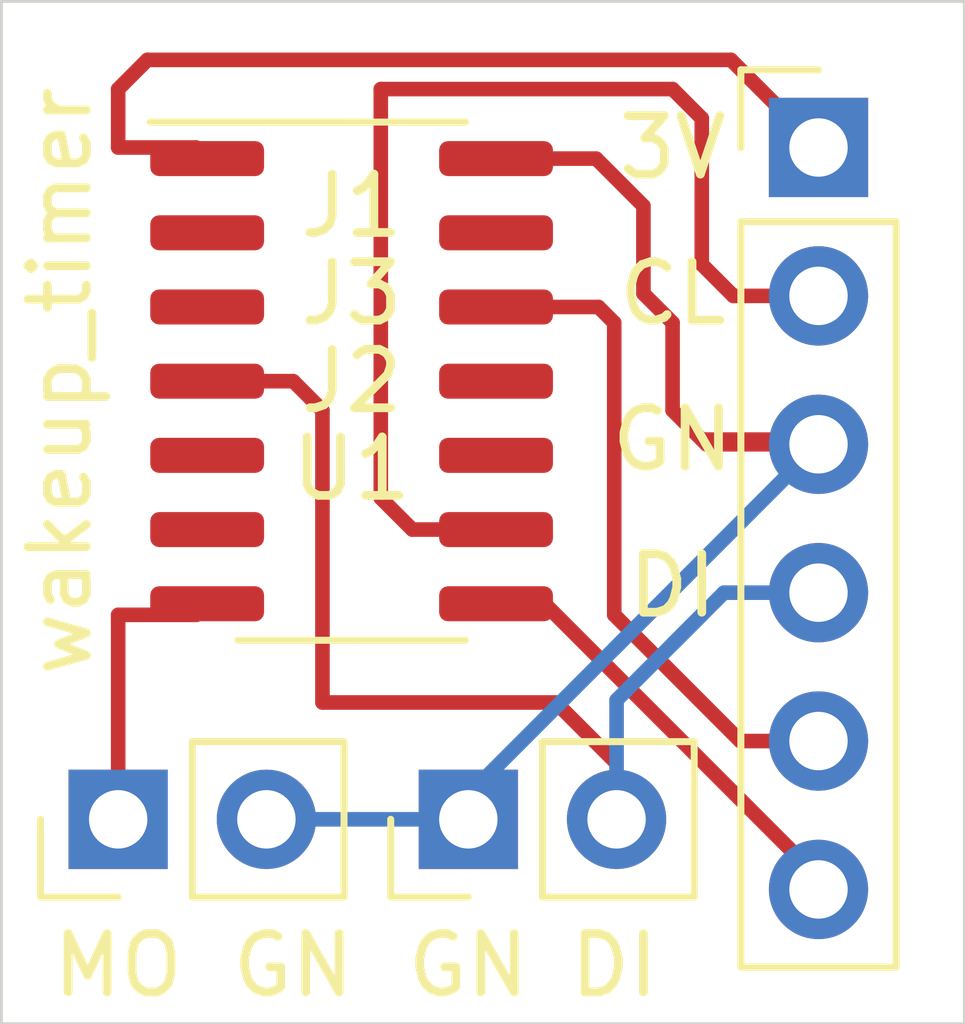
<source format=kicad_pcb>
(kicad_pcb (version 20171130) (host pcbnew 5.1.7-a382d34a8~88~ubuntu18.04.1)

  (general
    (thickness 1.6)
    (drawings 14)
    (tracks 51)
    (zones 0)
    (modules 4)
    (nets 15)
  )

  (page A4)
  (layers
    (0 F.Cu signal)
    (31 B.Cu signal)
    (32 B.Adhes user)
    (33 F.Adhes user)
    (34 B.Paste user)
    (35 F.Paste user)
    (36 B.SilkS user)
    (37 F.SilkS user)
    (38 B.Mask user)
    (39 F.Mask user)
    (40 Dwgs.User user)
    (41 Cmts.User user)
    (42 Eco1.User user)
    (43 Eco2.User user)
    (44 Edge.Cuts user)
    (45 Margin user)
    (46 B.CrtYd user)
    (47 F.CrtYd user)
    (48 B.Fab user)
    (49 F.Fab user hide)
  )

  (setup
    (last_trace_width 0.25)
    (trace_clearance 0.2)
    (zone_clearance 0.508)
    (zone_45_only no)
    (trace_min 0.2)
    (via_size 0.8)
    (via_drill 0.4)
    (via_min_size 0.4)
    (via_min_drill 0.3)
    (uvia_size 0.3)
    (uvia_drill 0.1)
    (uvias_allowed no)
    (uvia_min_size 0.2)
    (uvia_min_drill 0.1)
    (edge_width 0.05)
    (segment_width 0.2)
    (pcb_text_width 0.3)
    (pcb_text_size 1.5 1.5)
    (mod_edge_width 0.12)
    (mod_text_size 1 1)
    (mod_text_width 0.15)
    (pad_size 1.524 1.524)
    (pad_drill 0.762)
    (pad_to_mask_clearance 0)
    (aux_axis_origin 0 0)
    (visible_elements FFFFFF7F)
    (pcbplotparams
      (layerselection 0x010fc_ffffffff)
      (usegerberextensions false)
      (usegerberattributes true)
      (usegerberadvancedattributes true)
      (creategerberjobfile true)
      (excludeedgelayer true)
      (linewidth 0.100000)
      (plotframeref false)
      (viasonmask false)
      (mode 1)
      (useauxorigin false)
      (hpglpennumber 1)
      (hpglpenspeed 20)
      (hpglpendiameter 15.000000)
      (psnegative false)
      (psa4output false)
      (plotreference true)
      (plotvalue true)
      (plotinvisibletext false)
      (padsonsilk false)
      (subtractmaskfromsilk false)
      (outputformat 1)
      (mirror false)
      (drillshape 1)
      (scaleselection 1)
      (outputdirectory ""))
  )

  (net 0 "")
  (net 1 MOSI)
  (net 2 NRST)
  (net 3 SWDIO)
  (net 4 GND)
  (net 5 SWCLK)
  (net 6 3V)
  (net 7 MISO)
  (net 8 "Net-(U1-Pad13)")
  (net 9 "Net-(U1-Pad11)")
  (net 10 "Net-(U1-Pad10)")
  (net 11 "Net-(U1-Pad6)")
  (net 12 "Net-(U1-Pad5)")
  (net 13 "Net-(U1-Pad3)")
  (net 14 "Net-(U1-Pad2)")

  (net_class Default "This is the default net class."
    (clearance 0.2)
    (trace_width 0.25)
    (via_dia 0.8)
    (via_drill 0.4)
    (uvia_dia 0.3)
    (uvia_drill 0.1)
    (add_net 3V)
    (add_net GND)
    (add_net MISO)
    (add_net MOSI)
    (add_net NRST)
    (add_net "Net-(U1-Pad10)")
    (add_net "Net-(U1-Pad11)")
    (add_net "Net-(U1-Pad13)")
    (add_net "Net-(U1-Pad2)")
    (add_net "Net-(U1-Pad3)")
    (add_net "Net-(U1-Pad5)")
    (add_net "Net-(U1-Pad6)")
    (add_net SWCLK)
    (add_net SWDIO)
  )

  (module Connector_PinHeader_2.54mm:PinHeader_1x06_P2.54mm_Vertical (layer F.Cu) (tedit 59FED5CC) (tstamp 62A9F6C2)
    (at 162 82)
    (descr "Through hole straight pin header, 1x06, 2.54mm pitch, single row")
    (tags "Through hole pin header THT 1x06 2.54mm single row")
    (path /62A9B406)
    (fp_text reference J1 (at -8 1) (layer F.SilkS)
      (effects (font (size 1 1) (thickness 0.15)))
    )
    (fp_text value Conn_01x06 (at 0 15.03) (layer F.Fab)
      (effects (font (size 1 1) (thickness 0.15)))
    )
    (fp_text user %R (at 0 6.35 90) (layer F.Fab)
      (effects (font (size 1 1) (thickness 0.15)))
    )
    (fp_line (start -0.635 -1.27) (end 1.27 -1.27) (layer F.Fab) (width 0.1))
    (fp_line (start 1.27 -1.27) (end 1.27 13.97) (layer F.Fab) (width 0.1))
    (fp_line (start 1.27 13.97) (end -1.27 13.97) (layer F.Fab) (width 0.1))
    (fp_line (start -1.27 13.97) (end -1.27 -0.635) (layer F.Fab) (width 0.1))
    (fp_line (start -1.27 -0.635) (end -0.635 -1.27) (layer F.Fab) (width 0.1))
    (fp_line (start -1.33 14.03) (end 1.33 14.03) (layer F.SilkS) (width 0.12))
    (fp_line (start -1.33 1.27) (end -1.33 14.03) (layer F.SilkS) (width 0.12))
    (fp_line (start 1.33 1.27) (end 1.33 14.03) (layer F.SilkS) (width 0.12))
    (fp_line (start -1.33 1.27) (end 1.33 1.27) (layer F.SilkS) (width 0.12))
    (fp_line (start -1.33 0) (end -1.33 -1.33) (layer F.SilkS) (width 0.12))
    (fp_line (start -1.33 -1.33) (end 0 -1.33) (layer F.SilkS) (width 0.12))
    (fp_line (start -1.8 -1.8) (end -1.8 14.5) (layer F.CrtYd) (width 0.05))
    (fp_line (start -1.8 14.5) (end 1.8 14.5) (layer F.CrtYd) (width 0.05))
    (fp_line (start 1.8 14.5) (end 1.8 -1.8) (layer F.CrtYd) (width 0.05))
    (fp_line (start 1.8 -1.8) (end -1.8 -1.8) (layer F.CrtYd) (width 0.05))
    (pad 6 thru_hole oval (at 0 12.7) (size 1.7 1.7) (drill 1) (layers *.Cu *.Mask)
      (net 7 MISO))
    (pad 5 thru_hole oval (at 0 10.16) (size 1.7 1.7) (drill 1) (layers *.Cu *.Mask)
      (net 2 NRST))
    (pad 4 thru_hole oval (at 0 7.62) (size 1.7 1.7) (drill 1) (layers *.Cu *.Mask)
      (net 3 SWDIO))
    (pad 3 thru_hole oval (at 0 5.08) (size 1.7 1.7) (drill 1) (layers *.Cu *.Mask)
      (net 4 GND))
    (pad 2 thru_hole oval (at 0 2.54) (size 1.7 1.7) (drill 1) (layers *.Cu *.Mask)
      (net 5 SWCLK))
    (pad 1 thru_hole rect (at 0 0) (size 1.7 1.7) (drill 1) (layers *.Cu *.Mask)
      (net 6 3V))
    (model ${KISYS3DMOD}/Connector_PinHeader_2.54mm.3dshapes/PinHeader_1x06_P2.54mm_Vertical.wrl
      (at (xyz 0 0 0))
      (scale (xyz 1 1 1))
      (rotate (xyz 0 0 0))
    )
  )

  (module Package_SO:SOIC-14_3.9x8.7mm_P1.27mm (layer F.Cu) (tedit 5D9F72B1) (tstamp 62A9F70E)
    (at 154 86)
    (descr "SOIC, 14 Pin (JEDEC MS-012AB, https://www.analog.com/media/en/package-pcb-resources/package/pkg_pdf/soic_narrow-r/r_14.pdf), generated with kicad-footprint-generator ipc_gullwing_generator.py")
    (tags "SOIC SO")
    (path /62A99CFD)
    (attr smd)
    (fp_text reference U1 (at 0 1.5) (layer F.SilkS)
      (effects (font (size 1 1) (thickness 0.15)))
    )
    (fp_text value ATtiny24A-SSU (at 0 5.28) (layer F.Fab)
      (effects (font (size 1 1) (thickness 0.15)))
    )
    (fp_text user %R (at 0 0) (layer F.Fab)
      (effects (font (size 0.98 0.98) (thickness 0.15)))
    )
    (fp_line (start 0 4.435) (end 1.95 4.435) (layer F.SilkS) (width 0.12))
    (fp_line (start 0 4.435) (end -1.95 4.435) (layer F.SilkS) (width 0.12))
    (fp_line (start 0 -4.435) (end 1.95 -4.435) (layer F.SilkS) (width 0.12))
    (fp_line (start 0 -4.435) (end -3.45 -4.435) (layer F.SilkS) (width 0.12))
    (fp_line (start -0.975 -4.325) (end 1.95 -4.325) (layer F.Fab) (width 0.1))
    (fp_line (start 1.95 -4.325) (end 1.95 4.325) (layer F.Fab) (width 0.1))
    (fp_line (start 1.95 4.325) (end -1.95 4.325) (layer F.Fab) (width 0.1))
    (fp_line (start -1.95 4.325) (end -1.95 -3.35) (layer F.Fab) (width 0.1))
    (fp_line (start -1.95 -3.35) (end -0.975 -4.325) (layer F.Fab) (width 0.1))
    (fp_line (start -3.7 -4.58) (end -3.7 4.58) (layer F.CrtYd) (width 0.05))
    (fp_line (start -3.7 4.58) (end 3.7 4.58) (layer F.CrtYd) (width 0.05))
    (fp_line (start 3.7 4.58) (end 3.7 -4.58) (layer F.CrtYd) (width 0.05))
    (fp_line (start 3.7 -4.58) (end -3.7 -4.58) (layer F.CrtYd) (width 0.05))
    (pad 14 smd roundrect (at 2.475 -3.81) (size 1.95 0.6) (layers F.Cu F.Paste F.Mask) (roundrect_rratio 0.25)
      (net 4 GND))
    (pad 13 smd roundrect (at 2.475 -2.54) (size 1.95 0.6) (layers F.Cu F.Paste F.Mask) (roundrect_rratio 0.25)
      (net 8 "Net-(U1-Pad13)"))
    (pad 12 smd roundrect (at 2.475 -1.27) (size 1.95 0.6) (layers F.Cu F.Paste F.Mask) (roundrect_rratio 0.25)
      (net 2 NRST))
    (pad 11 smd roundrect (at 2.475 0) (size 1.95 0.6) (layers F.Cu F.Paste F.Mask) (roundrect_rratio 0.25)
      (net 9 "Net-(U1-Pad11)"))
    (pad 10 smd roundrect (at 2.475 1.27) (size 1.95 0.6) (layers F.Cu F.Paste F.Mask) (roundrect_rratio 0.25)
      (net 10 "Net-(U1-Pad10)"))
    (pad 9 smd roundrect (at 2.475 2.54) (size 1.95 0.6) (layers F.Cu F.Paste F.Mask) (roundrect_rratio 0.25)
      (net 5 SWCLK))
    (pad 8 smd roundrect (at 2.475 3.81) (size 1.95 0.6) (layers F.Cu F.Paste F.Mask) (roundrect_rratio 0.25)
      (net 7 MISO))
    (pad 7 smd roundrect (at -2.475 3.81) (size 1.95 0.6) (layers F.Cu F.Paste F.Mask) (roundrect_rratio 0.25)
      (net 1 MOSI))
    (pad 6 smd roundrect (at -2.475 2.54) (size 1.95 0.6) (layers F.Cu F.Paste F.Mask) (roundrect_rratio 0.25)
      (net 11 "Net-(U1-Pad6)"))
    (pad 5 smd roundrect (at -2.475 1.27) (size 1.95 0.6) (layers F.Cu F.Paste F.Mask) (roundrect_rratio 0.25)
      (net 12 "Net-(U1-Pad5)"))
    (pad 4 smd roundrect (at -2.475 0) (size 1.95 0.6) (layers F.Cu F.Paste F.Mask) (roundrect_rratio 0.25)
      (net 3 SWDIO))
    (pad 3 smd roundrect (at -2.475 -1.27) (size 1.95 0.6) (layers F.Cu F.Paste F.Mask) (roundrect_rratio 0.25)
      (net 13 "Net-(U1-Pad3)"))
    (pad 2 smd roundrect (at -2.475 -2.54) (size 1.95 0.6) (layers F.Cu F.Paste F.Mask) (roundrect_rratio 0.25)
      (net 14 "Net-(U1-Pad2)"))
    (pad 1 smd roundrect (at -2.475 -3.81) (size 1.95 0.6) (layers F.Cu F.Paste F.Mask) (roundrect_rratio 0.25)
      (net 6 3V))
    (model ${KISYS3DMOD}/Package_SO.3dshapes/SOIC-14_3.9x8.7mm_P1.27mm.wrl
      (at (xyz 0 0 0))
      (scale (xyz 1 1 1))
      (rotate (xyz 0 0 0))
    )
  )

  (module Connector_PinHeader_2.54mm:PinHeader_1x02_P2.54mm_Vertical (layer F.Cu) (tedit 59FED5CC) (tstamp 62A9F6EE)
    (at 150 93.5 90)
    (descr "Through hole straight pin header, 1x02, 2.54mm pitch, single row")
    (tags "Through hole pin header THT 1x02 2.54mm single row")
    (path /62AA2142)
    (fp_text reference J3 (at 9 4 180) (layer F.SilkS)
      (effects (font (size 1 1) (thickness 0.15)))
    )
    (fp_text value Conn_01x02 (at 0 4.87 90) (layer F.Fab)
      (effects (font (size 1 1) (thickness 0.15)))
    )
    (fp_text user %R (at 0 1.27) (layer F.Fab)
      (effects (font (size 1 1) (thickness 0.15)))
    )
    (fp_line (start -0.635 -1.27) (end 1.27 -1.27) (layer F.Fab) (width 0.1))
    (fp_line (start 1.27 -1.27) (end 1.27 3.81) (layer F.Fab) (width 0.1))
    (fp_line (start 1.27 3.81) (end -1.27 3.81) (layer F.Fab) (width 0.1))
    (fp_line (start -1.27 3.81) (end -1.27 -0.635) (layer F.Fab) (width 0.1))
    (fp_line (start -1.27 -0.635) (end -0.635 -1.27) (layer F.Fab) (width 0.1))
    (fp_line (start -1.33 3.87) (end 1.33 3.87) (layer F.SilkS) (width 0.12))
    (fp_line (start -1.33 1.27) (end -1.33 3.87) (layer F.SilkS) (width 0.12))
    (fp_line (start 1.33 1.27) (end 1.33 3.87) (layer F.SilkS) (width 0.12))
    (fp_line (start -1.33 1.27) (end 1.33 1.27) (layer F.SilkS) (width 0.12))
    (fp_line (start -1.33 0) (end -1.33 -1.33) (layer F.SilkS) (width 0.12))
    (fp_line (start -1.33 -1.33) (end 0 -1.33) (layer F.SilkS) (width 0.12))
    (fp_line (start -1.8 -1.8) (end -1.8 4.35) (layer F.CrtYd) (width 0.05))
    (fp_line (start -1.8 4.35) (end 1.8 4.35) (layer F.CrtYd) (width 0.05))
    (fp_line (start 1.8 4.35) (end 1.8 -1.8) (layer F.CrtYd) (width 0.05))
    (fp_line (start 1.8 -1.8) (end -1.8 -1.8) (layer F.CrtYd) (width 0.05))
    (pad 2 thru_hole oval (at 0 2.54 90) (size 1.7 1.7) (drill 1) (layers *.Cu *.Mask)
      (net 4 GND))
    (pad 1 thru_hole rect (at 0 0 90) (size 1.7 1.7) (drill 1) (layers *.Cu *.Mask)
      (net 1 MOSI))
    (model ${KISYS3DMOD}/Connector_PinHeader_2.54mm.3dshapes/PinHeader_1x02_P2.54mm_Vertical.wrl
      (at (xyz 0 0 0))
      (scale (xyz 1 1 1))
      (rotate (xyz 0 0 0))
    )
  )

  (module Connector_PinHeader_2.54mm:PinHeader_1x02_P2.54mm_Vertical (layer F.Cu) (tedit 59FED5CC) (tstamp 62A9F6D8)
    (at 156 93.5 90)
    (descr "Through hole straight pin header, 1x02, 2.54mm pitch, single row")
    (tags "Through hole pin header THT 1x02 2.54mm single row")
    (path /62A9EB46)
    (fp_text reference J2 (at 7.5 -2 180) (layer F.SilkS)
      (effects (font (size 1 1) (thickness 0.15)))
    )
    (fp_text value Conn_01x02 (at 0 4.87 90) (layer F.Fab)
      (effects (font (size 1 1) (thickness 0.15)))
    )
    (fp_text user %R (at 0 1.27) (layer F.Fab)
      (effects (font (size 1 1) (thickness 0.15)))
    )
    (fp_line (start -0.635 -1.27) (end 1.27 -1.27) (layer F.Fab) (width 0.1))
    (fp_line (start 1.27 -1.27) (end 1.27 3.81) (layer F.Fab) (width 0.1))
    (fp_line (start 1.27 3.81) (end -1.27 3.81) (layer F.Fab) (width 0.1))
    (fp_line (start -1.27 3.81) (end -1.27 -0.635) (layer F.Fab) (width 0.1))
    (fp_line (start -1.27 -0.635) (end -0.635 -1.27) (layer F.Fab) (width 0.1))
    (fp_line (start -1.33 3.87) (end 1.33 3.87) (layer F.SilkS) (width 0.12))
    (fp_line (start -1.33 1.27) (end -1.33 3.87) (layer F.SilkS) (width 0.12))
    (fp_line (start 1.33 1.27) (end 1.33 3.87) (layer F.SilkS) (width 0.12))
    (fp_line (start -1.33 1.27) (end 1.33 1.27) (layer F.SilkS) (width 0.12))
    (fp_line (start -1.33 0) (end -1.33 -1.33) (layer F.SilkS) (width 0.12))
    (fp_line (start -1.33 -1.33) (end 0 -1.33) (layer F.SilkS) (width 0.12))
    (fp_line (start -1.8 -1.8) (end -1.8 4.35) (layer F.CrtYd) (width 0.05))
    (fp_line (start -1.8 4.35) (end 1.8 4.35) (layer F.CrtYd) (width 0.05))
    (fp_line (start 1.8 4.35) (end 1.8 -1.8) (layer F.CrtYd) (width 0.05))
    (fp_line (start 1.8 -1.8) (end -1.8 -1.8) (layer F.CrtYd) (width 0.05))
    (pad 2 thru_hole oval (at 0 2.54 90) (size 1.7 1.7) (drill 1) (layers *.Cu *.Mask)
      (net 3 SWDIO))
    (pad 1 thru_hole rect (at 0 0 90) (size 1.7 1.7) (drill 1) (layers *.Cu *.Mask)
      (net 4 GND))
    (model ${KISYS3DMOD}/Connector_PinHeader_2.54mm.3dshapes/PinHeader_1x02_P2.54mm_Vertical.wrl
      (at (xyz 0 0 0))
      (scale (xyz 1 1 1))
      (rotate (xyz 0 0 0))
    )
  )

  (gr_text "wakeup_timer\n" (at 149 86 90) (layer F.SilkS)
    (effects (font (size 1 1) (thickness 0.15)))
  )
  (gr_line (start 148 79.5) (end 148 79.5) (layer Edge.Cuts) (width 0.05) (tstamp 62AA0821))
  (gr_line (start 148 97) (end 148 79.5) (layer Edge.Cuts) (width 0.05))
  (gr_line (start 164.5 97) (end 148 97) (layer Edge.Cuts) (width 0.05))
  (gr_line (start 164.5 79.5) (end 164.5 97) (layer Edge.Cuts) (width 0.05))
  (gr_line (start 148 79.5) (end 164.5 79.5) (layer Edge.Cuts) (width 0.05))
  (gr_text "GN\n" (at 156 96) (layer F.SilkS)
    (effects (font (size 1 1) (thickness 0.15)))
  )
  (gr_text "GN\n" (at 153 96) (layer F.SilkS)
    (effects (font (size 1 1) (thickness 0.15)))
  )
  (gr_text "DI\n" (at 158.5 96) (layer F.SilkS)
    (effects (font (size 1 1) (thickness 0.15)))
  )
  (gr_text "MO\n" (at 150 96) (layer F.SilkS)
    (effects (font (size 1 1) (thickness 0.15)))
  )
  (gr_text "DI\n" (at 159.5 89.5) (layer F.SilkS)
    (effects (font (size 1 1) (thickness 0.15)))
  )
  (gr_text "GN\n" (at 159.5 87) (layer F.SilkS)
    (effects (font (size 1 1) (thickness 0.15)))
  )
  (gr_text "CL\n" (at 159.5 84.5) (layer F.SilkS)
    (effects (font (size 1 1) (thickness 0.15)))
  )
  (gr_text 3V (at 159.5 82) (layer F.SilkS)
    (effects (font (size 1 1) (thickness 0.15)))
  )

  (segment (start 150 93.5) (end 150 90) (width 0.25) (layer F.Cu) (net 1))
  (segment (start 151.335 90) (end 151.525 89.81) (width 0.25) (layer F.Cu) (net 1))
  (segment (start 150 90) (end 151.335 90) (width 0.25) (layer F.Cu) (net 1))
  (segment (start 161.84 92) (end 162 92.16) (width 0.25) (layer F.Cu) (net 2))
  (segment (start 161.16 92.16) (end 162 92.16) (width 0.25) (layer F.Cu) (net 2))
  (segment (start 162 92.16) (end 160.66 92.16) (width 0.25) (layer F.Cu) (net 2))
  (segment (start 160.66 92.16) (end 158.5 90) (width 0.25) (layer F.Cu) (net 2))
  (segment (start 158.5 90) (end 158.5 85) (width 0.25) (layer F.Cu) (net 2))
  (segment (start 158.23 84.73) (end 158.5 85) (width 0.25) (layer F.Cu) (net 2))
  (segment (start 156.475 84.73) (end 158.23 84.73) (width 0.25) (layer F.Cu) (net 2))
  (segment (start 162 89.62) (end 160.38 89.62) (width 0.25) (layer B.Cu) (net 3))
  (segment (start 158.54 91.46) (end 160 90) (width 0.25) (layer B.Cu) (net 3))
  (segment (start 160 90) (end 159.5 90.5) (width 0.25) (layer B.Cu) (net 3))
  (segment (start 160.38 89.62) (end 160 90) (width 0.25) (layer B.Cu) (net 3))
  (segment (start 153.5 86.5) (end 153.5 91.5) (width 0.25) (layer F.Cu) (net 3))
  (segment (start 153 86) (end 153.5 86.5) (width 0.25) (layer F.Cu) (net 3))
  (segment (start 151.525 86) (end 153 86) (width 0.25) (layer F.Cu) (net 3))
  (segment (start 158.54 93.5) (end 158.54 91.46) (width 0.25) (layer B.Cu) (net 3))
  (segment (start 153.5 91.5) (end 157.5 91.5) (width 0.25) (layer F.Cu) (net 3))
  (segment (start 158.54 92.54) (end 158.54 93.5) (width 0.25) (layer F.Cu) (net 3))
  (segment (start 157.5 91.5) (end 158.54 92.54) (width 0.25) (layer F.Cu) (net 3))
  (segment (start 161.92 87) (end 162 87.08) (width 0.25) (layer F.Cu) (net 4))
  (segment (start 160 87) (end 161.92 87) (width 0.25) (layer F.Cu) (net 4))
  (segment (start 156.475 82.19) (end 158.19 82.19) (width 0.25) (layer F.Cu) (net 4))
  (segment (start 158.19 82.19) (end 159 83) (width 0.25) (layer F.Cu) (net 4))
  (segment (start 160.08 87.08) (end 162 87.08) (width 0.25) (layer F.Cu) (net 4))
  (segment (start 162 87.08) (end 158.5 90.58) (width 0.25) (layer B.Cu) (net 4))
  (segment (start 159 84.5) (end 159.5 85) (width 0.25) (layer F.Cu) (net 4))
  (segment (start 159 83) (end 159 84.5) (width 0.25) (layer F.Cu) (net 4))
  (segment (start 159.5 85) (end 159.5 86.5) (width 0.25) (layer F.Cu) (net 4))
  (segment (start 159.5 86.5) (end 160.08 87.08) (width 0.25) (layer F.Cu) (net 4))
  (segment (start 156 93.08) (end 156 93.5) (width 0.25) (layer B.Cu) (net 4))
  (segment (start 162 87.08) (end 156 93.08) (width 0.25) (layer B.Cu) (net 4))
  (segment (start 152.54 93.5) (end 156 93.5) (width 0.25) (layer B.Cu) (net 4))
  (segment (start 162 84.54) (end 160.54 84.54) (width 0.25) (layer F.Cu) (net 5))
  (segment (start 160.54 84.54) (end 160 84) (width 0.25) (layer F.Cu) (net 5))
  (segment (start 160 84) (end 160 81.5) (width 0.25) (layer F.Cu) (net 5))
  (segment (start 160 81.5) (end 159.5 81) (width 0.25) (layer F.Cu) (net 5))
  (segment (start 159.5 81) (end 154.5 81) (width 0.25) (layer F.Cu) (net 5))
  (segment (start 154.5 81) (end 154.5 88) (width 0.25) (layer F.Cu) (net 5))
  (segment (start 155.04 88.54) (end 156.475 88.54) (width 0.25) (layer F.Cu) (net 5))
  (segment (start 154.5 88) (end 155.04 88.54) (width 0.25) (layer F.Cu) (net 5))
  (segment (start 151.335 82) (end 151.525 82.19) (width 0.25) (layer F.Cu) (net 6))
  (segment (start 150 82) (end 151.335 82) (width 0.25) (layer F.Cu) (net 6))
  (segment (start 150 81) (end 150 82) (width 0.25) (layer F.Cu) (net 6))
  (segment (start 150.5 80.5) (end 160.5 80.5) (width 0.25) (layer F.Cu) (net 6))
  (segment (start 162 82) (end 160.5 80.5) (width 0.25) (layer F.Cu) (net 6))
  (segment (start 150.5 80.5) (end 150 81) (width 0.25) (layer F.Cu) (net 6))
  (segment (start 156.475 89.81) (end 157.31 89.81) (width 0.25) (layer F.Cu) (net 7))
  (segment (start 162 94.5) (end 162 94.7) (width 0.25) (layer F.Cu) (net 7))
  (segment (start 157.31 89.81) (end 162 94.5) (width 0.25) (layer F.Cu) (net 7))

)

</source>
